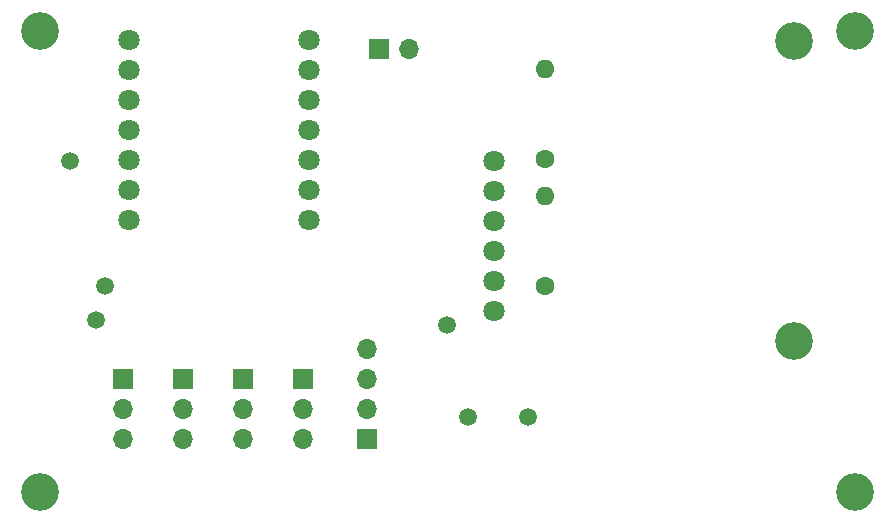
<source format=gbr>
%TF.GenerationSoftware,KiCad,Pcbnew,8.0.0*%
%TF.CreationDate,2024-05-08T00:57:59+10:00*%
%TF.ProjectId,PlantPulse_Node,506c616e-7450-4756-9c73-655f4e6f6465,rev?*%
%TF.SameCoordinates,Original*%
%TF.FileFunction,Soldermask,Top*%
%TF.FilePolarity,Negative*%
%FSLAX46Y46*%
G04 Gerber Fmt 4.6, Leading zero omitted, Abs format (unit mm)*
G04 Created by KiCad (PCBNEW 8.0.0) date 2024-05-08 00:57:59*
%MOMM*%
%LPD*%
G01*
G04 APERTURE LIST*
%ADD10C,3.200000*%
%ADD11C,1.500000*%
%ADD12R,1.700000X1.700000*%
%ADD13O,1.700000X1.700000*%
%ADD14C,1.600000*%
%ADD15O,1.600000X1.600000*%
%ADD16C,1.800000*%
G04 APERTURE END LIST*
D10*
%TO.C,REF\u002A\u002A*%
X102250000Y-63000000D03*
%TD*%
%TO.C,REF\u002A\u002A*%
X102250000Y-102000000D03*
%TD*%
%TO.C,REF\u002A\u002A*%
X33250000Y-63000000D03*
%TD*%
%TO.C,REF\u002A\u002A*%
X33250000Y-102000000D03*
%TD*%
D11*
%TO.C,TP6*%
X38000000Y-87500000D03*
%TD*%
D12*
%TO.C,J4*%
X45330000Y-92500000D03*
D13*
X45330000Y-95040000D03*
X45330000Y-97580000D03*
%TD*%
D14*
%TO.C,R1*%
X76000000Y-84620000D03*
D15*
X76000000Y-77000000D03*
%TD*%
D12*
%TO.C,J1*%
X61950000Y-64560000D03*
D13*
X64490000Y-64560000D03*
%TD*%
D12*
%TO.C,J2*%
X55490000Y-92500000D03*
D13*
X55490000Y-95040000D03*
X55490000Y-97580000D03*
%TD*%
D11*
%TO.C,TP1*%
X69460000Y-95675000D03*
%TD*%
D16*
%TO.C,U1*%
X40730000Y-63730000D03*
X40730000Y-66270000D03*
X40730000Y-68810000D03*
X40730000Y-71350000D03*
X40730000Y-73890000D03*
X40730000Y-76430000D03*
X40730000Y-78970000D03*
X55970000Y-63730000D03*
X55970000Y-66270000D03*
X55970000Y-68810000D03*
X55970000Y-71350000D03*
X55970000Y-73890000D03*
X55970000Y-76430000D03*
X55970000Y-78970000D03*
%TD*%
D12*
%TO.C,J3*%
X50410000Y-92500000D03*
D13*
X50410000Y-95040000D03*
X50410000Y-97580000D03*
%TD*%
D11*
%TO.C,TP2*%
X35750000Y-74000000D03*
%TD*%
%TO.C,TP4*%
X67682000Y-87928000D03*
%TD*%
%TO.C,TP5*%
X74540000Y-95675000D03*
%TD*%
D12*
%TO.C,J5*%
X40250000Y-92500000D03*
D13*
X40250000Y-95040000D03*
X40250000Y-97580000D03*
%TD*%
D16*
%TO.C,U2*%
X71650000Y-74000000D03*
X71650000Y-76540000D03*
X71650000Y-79080000D03*
X71650000Y-81620000D03*
X71650000Y-84160000D03*
X71650000Y-86700000D03*
D10*
X97028000Y-63850000D03*
X97028000Y-89250000D03*
%TD*%
D12*
%TO.C,J6*%
X60950000Y-97580000D03*
D13*
X60950000Y-95040000D03*
X60950000Y-92500000D03*
X60950000Y-89960000D03*
%TD*%
D11*
%TO.C,TP7*%
X38726000Y-84626000D03*
%TD*%
D14*
%TO.C,R2*%
X76000000Y-73810000D03*
D15*
X76000000Y-66190000D03*
%TD*%
M02*

</source>
